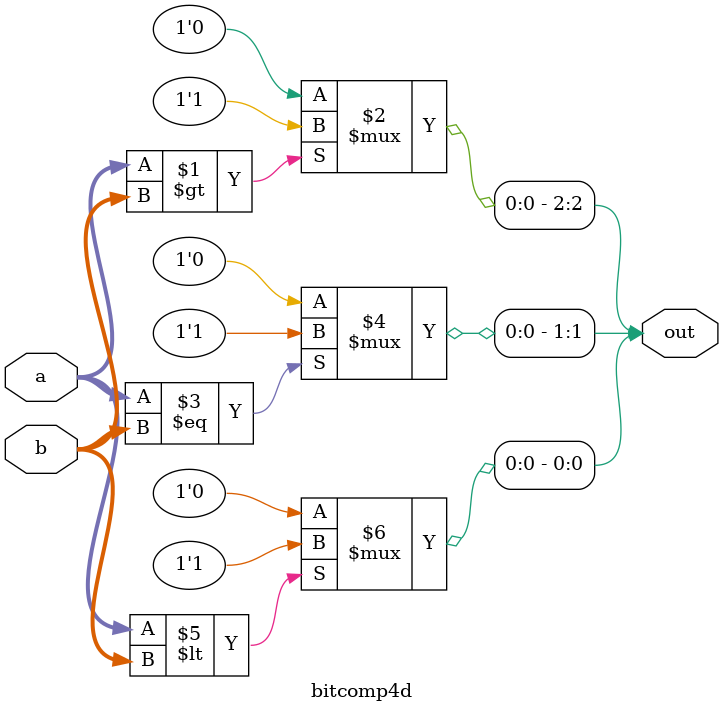
<source format=v>
module bitcomp4d(
output [2:0] out,
    input [3:0] a,b
);
assign out[2]= (a>b) ? 1'b1 : 1'b0;
assign out[1]= (a==b) ? 1'b1 : 1'b0;
assign out[0]= (a<b) ? 1'b1 : 1'b0;

endmodule
</source>
